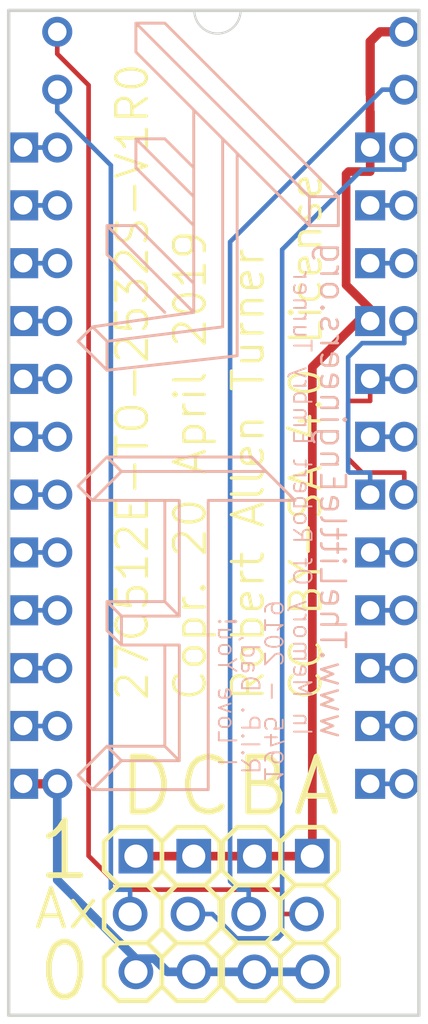
<source format=kicad_pcb>
(kicad_pcb (version 20171130) (host pcbnew "(5.0.2)-1")

  (general
    (thickness 1.6)
    (drawings 20)
    (tracks 90)
    (zones 0)
    (modules 9)
    (nets 28)
  )

  (page A4)
  (layers
    (0 Top signal)
    (31 Bottom signal)
    (32 B.Adhes user)
    (33 F.Adhes user)
    (34 B.Paste user)
    (35 F.Paste user)
    (36 B.SilkS user)
    (37 F.SilkS user)
    (38 B.Mask user)
    (39 F.Mask user)
    (40 Dwgs.User user)
    (41 Cmts.User user)
    (42 Eco1.User user)
    (43 Eco2.User user)
    (44 Edge.Cuts user)
    (45 Margin user)
    (46 B.CrtYd user)
    (47 F.CrtYd user)
    (48 B.Fab user)
    (49 F.Fab user)
  )

  (setup
    (last_trace_width 0.25)
    (trace_clearance 0.2)
    (zone_clearance 0.508)
    (zone_45_only no)
    (trace_min 0.2)
    (segment_width 0.2)
    (edge_width 0.15)
    (via_size 0.8)
    (via_drill 0.4)
    (via_min_size 0.4)
    (via_min_drill 0.3)
    (uvia_size 0.3)
    (uvia_drill 0.1)
    (uvias_allowed no)
    (uvia_min_size 0.2)
    (uvia_min_drill 0.1)
    (pcb_text_width 0.3)
    (pcb_text_size 1.5 1.5)
    (mod_edge_width 0.15)
    (mod_text_size 1 1)
    (mod_text_width 0.15)
    (pad_size 1.524 1.524)
    (pad_drill 0.762)
    (pad_to_mask_clearance 0.051)
    (solder_mask_min_width 0.25)
    (aux_axis_origin 0 0)
    (visible_elements FFFFFF7F)
    (pcbplotparams
      (layerselection 0x010fc_ffffffff)
      (usegerberextensions false)
      (usegerberattributes false)
      (usegerberadvancedattributes false)
      (creategerberjobfile false)
      (excludeedgelayer true)
      (linewidth 0.100000)
      (plotframeref false)
      (viasonmask false)
      (mode 1)
      (useauxorigin false)
      (hpglpennumber 1)
      (hpglpenspeed 20)
      (hpglpendiameter 15.000000)
      (psnegative false)
      (psa4output false)
      (plotreference true)
      (plotvalue true)
      (plotinvisibletext false)
      (padsonsilk false)
      (subtractmaskfromsilk false)
      (outputformat 1)
      (mirror false)
      (drillshape 1)
      (scaleselection 1)
      (outputdirectory ""))
  )

  (net 0 "")
  (net 1 /VCC)
  (net 2 /A8)
  (net 3 /A9)
  (net 4 /~CE)
  (net 5 /A10)
  (net 6 /A11)
  (net 7 /D7)
  (net 8 /D6)
  (net 9 /D5)
  (net 10 /D4)
  (net 11 /D3)
  (net 12 /GND)
  (net 13 /D2)
  (net 14 /D1)
  (net 15 /D0)
  (net 16 /A0)
  (net 17 /A1)
  (net 18 /A4)
  (net 19 /A5)
  (net 20 /A2)
  (net 21 /A3)
  (net 22 /A6)
  (net 23 /A7)
  (net 24 /A14)
  (net 25 /A13)
  (net 26 /A12)
  (net 27 /A15)

  (net_class Default "This is the default net class."
    (clearance 0.2)
    (trace_width 0.25)
    (via_dia 0.8)
    (via_drill 0.4)
    (uvia_dia 0.3)
    (uvia_drill 0.1)
    (add_net /A0)
    (add_net /A1)
    (add_net /A10)
    (add_net /A11)
    (add_net /A12)
    (add_net /A13)
    (add_net /A14)
    (add_net /A15)
    (add_net /A2)
    (add_net /A3)
    (add_net /A4)
    (add_net /A5)
    (add_net /A6)
    (add_net /A7)
    (add_net /A8)
    (add_net /A9)
    (add_net /D0)
    (add_net /D1)
    (add_net /D2)
    (add_net /D3)
    (add_net /D4)
    (add_net /D5)
    (add_net /D6)
    (add_net /D7)
    (add_net /GND)
    (add_net /VCC)
    (add_net /~CE)
  )

  (module TheLittleEngineers.org-27C512E-TO-2532S-V1R0.20.APRIL.2019:DIL24-6-NO-OUTLINE (layer Top) (tedit 0) (tstamp 5CBB668F)
    (at 147.7491 102.9336 270)
    (descr "<center><b>Dual In Line Package (DIP) Socket</b><br>Row Spacing: 0.6 inch (15.24 mm/600 mil)<br>Number of Pins: (Grid): 24 (2 x 12)<br>Pitch: 0.100 inch (2.54mm)<br>Mounting Type: Through Hole<br>Copyright ©07 Jan 2013, by:<br>\nRobert \"The R.A.T.\" Allen Turner<br>\n<a href=\"http://www.TheLittleEngineers.org/\">http://www.TheLittleEngineers.org/</a><br><a href=\"mailto:TheLittleEngineers@outlook.com\">TheLittleEngineers@outlook.com</a><br><a href=\"mailto:OurLittleEngineers@gMail.com\">OurLittleEngineers@gMail.com</a><br></center>\n<p align=\"justify\">You may use these footprints in your own projects, however, please take note that we CANNOT guarantee the accuracy of these footprints (nor any part of this library). We make NO guarantees that the footprints or schematic symbols in this library are flawless, and we make no promises of fitness for production, prototyping or any other purpose. These libraries are provided for informational purposes only, and are used at your own discretion. By downloading these libraries, you agree that we cannot be held responsible for faulty PCBs. You should always check the footprints with a 1:1 printout.\nNeither Robert Allen Turner, <a href=\"http://www.TheLittleEngineers.org/\">The Little Engineers</a>, <a href=\"http://www.TheLittleEngineers.org/\">TheLittleEngineers.org,</a> nor anyone affiliated with same shall be held responsible for any outcome resulting from the usage of these files. Should any errors be found, please contact us at one of the above email addresses and we will attempt to repair them.\n\nUnless otherwise noted, content of this library is licensed under a Creative Commons Attribution-ShareAlike 4.0 International (CC BY-SA 4.0) license (https://creativecommons.org/licenses/by-sa/4.0/) on 20 April 2019 in memory of my Father, Robert Embry Turner - I LOVE YOU DAD!</p>")
    (path /22F7723E)
    (fp_text reference IC1 (at 0 0 270) (layer F.SilkS) hide
      (effects (font (size 1.27 1.27) (thickness 0.15)) (justify right top))
    )
    (fp_text value 2532-NO (at 0 0 270) (layer F.SilkS) hide
      (effects (font (size 1.27 1.27) (thickness 0.15)) (justify right top))
    )
    (fp_poly (pts (xy -11.684 7.874) (xy -11.176 7.874) (xy -11.176 7.366) (xy -11.684 7.366)) (layer F.Fab) (width 0))
    (fp_poly (pts (xy -9.144 7.874) (xy -8.636 7.874) (xy -8.636 7.366) (xy -9.144 7.366)) (layer F.Fab) (width 0))
    (fp_poly (pts (xy -6.604 7.874) (xy -6.096 7.874) (xy -6.096 7.366) (xy -6.604 7.366)) (layer F.Fab) (width 0))
    (fp_poly (pts (xy -4.064 7.874) (xy -3.556 7.874) (xy -3.556 7.366) (xy -4.064 7.366)) (layer F.Fab) (width 0))
    (fp_poly (pts (xy -1.524 7.874) (xy -1.016 7.874) (xy -1.016 7.366) (xy -1.524 7.366)) (layer F.Fab) (width 0))
    (fp_poly (pts (xy 1.016 7.874) (xy 1.524 7.874) (xy 1.524 7.366) (xy 1.016 7.366)) (layer F.Fab) (width 0))
    (fp_poly (pts (xy 3.556 7.874) (xy 4.064 7.874) (xy 4.064 7.366) (xy 3.556 7.366)) (layer F.Fab) (width 0))
    (fp_poly (pts (xy 6.096 7.874) (xy 6.604 7.874) (xy 6.604 7.366) (xy 6.096 7.366)) (layer F.Fab) (width 0))
    (fp_poly (pts (xy 8.636 7.874) (xy 9.144 7.874) (xy 9.144 7.366) (xy 8.636 7.366)) (layer F.Fab) (width 0))
    (fp_poly (pts (xy 11.176 7.874) (xy 11.684 7.874) (xy 11.684 7.366) (xy 11.176 7.366)) (layer F.Fab) (width 0))
    (fp_poly (pts (xy 13.716 7.874) (xy 14.224 7.874) (xy 14.224 7.366) (xy 13.716 7.366)) (layer F.Fab) (width 0))
    (fp_poly (pts (xy 13.716 -7.366) (xy 14.224 -7.366) (xy 14.224 -7.874) (xy 13.716 -7.874)) (layer F.Fab) (width 0))
    (fp_poly (pts (xy 11.176 -7.366) (xy 11.684 -7.366) (xy 11.684 -7.874) (xy 11.176 -7.874)) (layer F.Fab) (width 0))
    (fp_poly (pts (xy 8.636 -7.366) (xy 9.144 -7.366) (xy 9.144 -7.874) (xy 8.636 -7.874)) (layer F.Fab) (width 0))
    (fp_poly (pts (xy 6.096 -7.366) (xy 6.604 -7.366) (xy 6.604 -7.874) (xy 6.096 -7.874)) (layer F.Fab) (width 0))
    (fp_poly (pts (xy 3.556 -7.366) (xy 4.064 -7.366) (xy 4.064 -7.874) (xy 3.556 -7.874)) (layer F.Fab) (width 0))
    (fp_poly (pts (xy 1.016 -7.366) (xy 1.524 -7.366) (xy 1.524 -7.874) (xy 1.016 -7.874)) (layer F.Fab) (width 0))
    (fp_poly (pts (xy -1.524 -7.366) (xy -1.016 -7.366) (xy -1.016 -7.874) (xy -1.524 -7.874)) (layer F.Fab) (width 0))
    (fp_poly (pts (xy -4.064 -7.366) (xy -3.556 -7.366) (xy -3.556 -7.874) (xy -4.064 -7.874)) (layer F.Fab) (width 0))
    (fp_poly (pts (xy -6.604 -7.366) (xy -6.096 -7.366) (xy -6.096 -7.874) (xy -6.604 -7.874)) (layer F.Fab) (width 0))
    (fp_poly (pts (xy -9.144 -7.366) (xy -8.636 -7.366) (xy -8.636 -7.874) (xy -9.144 -7.874)) (layer F.Fab) (width 0))
    (fp_poly (pts (xy -11.684 -7.366) (xy -11.176 -7.366) (xy -11.176 -7.874) (xy -11.684 -7.874)) (layer F.Fab) (width 0))
    (fp_poly (pts (xy -14.224 -7.366) (xy -13.716 -7.366) (xy -13.716 -7.874) (xy -14.224 -7.874)) (layer F.Fab) (width 0))
    (fp_poly (pts (xy -14.224 7.874) (xy -13.716 7.874) (xy -13.716 7.366) (xy -14.224 7.366)) (layer F.Fab) (width 0))
    (pad 24 thru_hole rect (at -13.97 -7.62) (size 1.3208 1.3208) (drill 0.8128) (layers *.Cu *.Mask)
      (net 1 /VCC) (solder_mask_margin 0.1016))
    (pad 23 thru_hole rect (at -11.43 -7.62) (size 1.3208 1.3208) (drill 0.8128) (layers *.Cu *.Mask)
      (net 2 /A8) (solder_mask_margin 0.1016))
    (pad 22 thru_hole rect (at -8.89 -7.62) (size 1.3208 1.3208) (drill 0.8128) (layers *.Cu *.Mask)
      (net 3 /A9) (solder_mask_margin 0.1016))
    (pad 21 thru_hole rect (at -6.35 -7.62) (size 1.3208 1.3208) (drill 0.8128) (layers *.Cu *.Mask)
      (net 1 /VCC) (solder_mask_margin 0.1016))
    (pad 20 thru_hole rect (at -3.81 -7.62) (size 1.3208 1.3208) (drill 0.8128) (layers *.Cu *.Mask)
      (net 4 /~CE) (solder_mask_margin 0.1016))
    (pad 19 thru_hole rect (at -1.27 -7.62) (size 1.3208 1.3208) (drill 0.8128) (layers *.Cu *.Mask)
      (net 5 /A10) (solder_mask_margin 0.1016))
    (pad 18 thru_hole rect (at 1.27 -7.62) (size 1.3208 1.3208) (drill 0.8128) (layers *.Cu *.Mask)
      (net 6 /A11) (solder_mask_margin 0.1016))
    (pad 17 thru_hole rect (at 3.81 -7.62) (size 1.3208 1.3208) (drill 0.8128) (layers *.Cu *.Mask)
      (net 7 /D7) (solder_mask_margin 0.1016))
    (pad 16 thru_hole rect (at 6.35 -7.62) (size 1.3208 1.3208) (drill 0.8128) (layers *.Cu *.Mask)
      (net 8 /D6) (solder_mask_margin 0.1016))
    (pad 15 thru_hole rect (at 8.89 -7.62) (size 1.3208 1.3208) (drill 0.8128) (layers *.Cu *.Mask)
      (net 9 /D5) (solder_mask_margin 0.1016))
    (pad 14 thru_hole rect (at 11.43 -7.62) (size 1.3208 1.3208) (drill 0.8128) (layers *.Cu *.Mask)
      (net 10 /D4) (solder_mask_margin 0.1016))
    (pad 13 thru_hole rect (at 13.97 -7.62) (size 1.3208 1.3208) (drill 0.8128) (layers *.Cu *.Mask)
      (net 11 /D3) (solder_mask_margin 0.1016))
    (pad 12 thru_hole rect (at 13.97 7.62) (size 1.3208 1.3208) (drill 0.8128) (layers *.Cu *.Mask)
      (net 12 /GND) (solder_mask_margin 0.1016))
    (pad 11 thru_hole rect (at 11.43 7.62) (size 1.3208 1.3208) (drill 0.8128) (layers *.Cu *.Mask)
      (net 13 /D2) (solder_mask_margin 0.1016))
    (pad 10 thru_hole rect (at 8.89 7.62) (size 1.3208 1.3208) (drill 0.8128) (layers *.Cu *.Mask)
      (net 14 /D1) (solder_mask_margin 0.1016))
    (pad 9 thru_hole rect (at 6.35 7.62) (size 1.3208 1.3208) (drill 0.8128) (layers *.Cu *.Mask)
      (net 15 /D0) (solder_mask_margin 0.1016))
    (pad 8 thru_hole rect (at 3.81 7.62) (size 1.3208 1.3208) (drill 0.8128) (layers *.Cu *.Mask)
      (net 16 /A0) (solder_mask_margin 0.1016))
    (pad 7 thru_hole rect (at 1.27 7.62) (size 1.3208 1.3208) (drill 0.8128) (layers *.Cu *.Mask)
      (net 17 /A1) (solder_mask_margin 0.1016))
    (pad 4 thru_hole rect (at -6.35 7.62) (size 1.3208 1.3208) (drill 0.8128) (layers *.Cu *.Mask)
      (net 18 /A4) (solder_mask_margin 0.1016))
    (pad 3 thru_hole rect (at -8.89 7.62) (size 1.3208 1.3208) (drill 0.8128) (layers *.Cu *.Mask)
      (net 19 /A5) (solder_mask_margin 0.1016))
    (pad 6 thru_hole rect (at -1.27 7.62) (size 1.3208 1.3208) (drill 0.8128) (layers *.Cu *.Mask)
      (net 20 /A2) (solder_mask_margin 0.1016))
    (pad 5 thru_hole rect (at -3.81 7.62) (size 1.3208 1.3208) (drill 0.8128) (layers *.Cu *.Mask)
      (net 21 /A3) (solder_mask_margin 0.1016))
    (pad 2 thru_hole rect (at -11.43 7.62) (size 1.3208 1.3208) (drill 0.8128) (layers *.Cu *.Mask)
      (net 22 /A6) (solder_mask_margin 0.1016))
    (pad 1 thru_hole rect (at -13.97 7.62) (size 1.3208 1.3208) (drill 0.8128) (layers *.Cu *.Mask)
      (net 23 /A7) (solder_mask_margin 0.1016))
  )

  (module TheLittleEngineers.org-27C512E-TO-2532S-V1R0.20.APRIL.2019:DIL28-6-NO-OUTLINE (layer Top) (tedit 0) (tstamp 5CBB66C2)
    (at 149.2477 100.3936 270)
    (descr "<center><b>Dual In Line Package (DIP) Socket</b><br>Row Spacing: 0.6 inch (15.24 mm/600 mil)<br>Number of Pins: (Grid): 28 (2 x 14)<br>Pitch: 0.100 inch (2.54mm)<br>Mounting Type: Through Hole<br>Copyright ©07 Jan 2013, by:<br>\nRobert \"The R.A.T.\" Allen Turner<br>\n<a href=\"http://www.TheLittleEngineers.org/\">http://www.TheLittleEngineers.org/</a><br><a href=\"mailto:TheLittleEngineers@outlook.com\">TheLittleEngineers@outlook.com</a><br><a href=\"mailto:OurLittleEngineers@gMail.com\">OurLittleEngineers@gMail.com</a><br></center>\n<p align=\"justify\">You may use these footprints in your own projects, however, please take note that we CANNOT guarantee the accuracy of these footprints (nor any part of this library). We make NO guarantees that the footprints or schematic symbols in this library are flawless, and we make no promises of fitness for production, prototyping or any other purpose. These libraries are provided for informational purposes only, and are used at your own discretion. By downloading these libraries, you agree that we cannot be held responsible for faulty PCBs. You should always check the footprints with a 1:1 printout.\nNeither Robert Allen Turner, <a href=\"http://www.TheLittleEngineers.org/\">The Little Engineers</a>, <a href=\"http://www.TheLittleEngineers.org/\">TheLittleEngineers.org,</a> nor anyone affiliated with same shall be held responsible for any outcome resulting from the usage of these files. Should any errors be found, please contact us at one of the above email addresses and we will attempt to repair them.\n\nUnless otherwise noted, content of this library is licensed under a Creative Commons Attribution-ShareAlike 4.0 International (CC BY-SA 4.0) license (https://creativecommons.org/licenses/by-sa/4.0/) on 20 April 2019 in memory of my Father, Robert Embry Turner - I LOVE YOU DAD!</p>")
    (path /BC34DC86)
    (fp_text reference IC2 (at 0 0 270) (layer F.SilkS) hide
      (effects (font (size 1.27 1.27) (thickness 0.15)) (justify right top))
    )
    (fp_text value 27C512D-NO (at 0 0 270) (layer F.SilkS) hide
      (effects (font (size 1.27 1.27) (thickness 0.15)) (justify right top))
    )
    (fp_poly (pts (xy -16.764 7.874) (xy -16.256 7.874) (xy -16.256 7.366) (xy -16.764 7.366)) (layer F.Fab) (width 0))
    (fp_poly (pts (xy -14.224 7.874) (xy -13.716 7.874) (xy -13.716 7.366) (xy -14.224 7.366)) (layer F.Fab) (width 0))
    (fp_poly (pts (xy -11.684 7.874) (xy -11.176 7.874) (xy -11.176 7.366) (xy -11.684 7.366)) (layer F.Fab) (width 0))
    (fp_poly (pts (xy -9.144 7.874) (xy -8.636 7.874) (xy -8.636 7.366) (xy -9.144 7.366)) (layer F.Fab) (width 0))
    (fp_poly (pts (xy -6.604 7.874) (xy -6.096 7.874) (xy -6.096 7.366) (xy -6.604 7.366)) (layer F.Fab) (width 0))
    (fp_poly (pts (xy -4.064 7.874) (xy -3.556 7.874) (xy -3.556 7.366) (xy -4.064 7.366)) (layer F.Fab) (width 0))
    (fp_poly (pts (xy -1.524 7.874) (xy -1.016 7.874) (xy -1.016 7.366) (xy -1.524 7.366)) (layer F.Fab) (width 0))
    (fp_poly (pts (xy 1.016 7.874) (xy 1.524 7.874) (xy 1.524 7.366) (xy 1.016 7.366)) (layer F.Fab) (width 0))
    (fp_poly (pts (xy 3.556 7.874) (xy 4.064 7.874) (xy 4.064 7.366) (xy 3.556 7.366)) (layer F.Fab) (width 0))
    (fp_poly (pts (xy 6.096 7.874) (xy 6.604 7.874) (xy 6.604 7.366) (xy 6.096 7.366)) (layer F.Fab) (width 0))
    (fp_poly (pts (xy 8.636 7.874) (xy 9.144 7.874) (xy 9.144 7.366) (xy 8.636 7.366)) (layer F.Fab) (width 0))
    (fp_poly (pts (xy 11.176 7.874) (xy 11.684 7.874) (xy 11.684 7.366) (xy 11.176 7.366)) (layer F.Fab) (width 0))
    (fp_poly (pts (xy 13.716 7.874) (xy 14.224 7.874) (xy 14.224 7.366) (xy 13.716 7.366)) (layer F.Fab) (width 0))
    (fp_poly (pts (xy 16.256 7.874) (xy 16.764 7.874) (xy 16.764 7.366) (xy 16.256 7.366)) (layer F.Fab) (width 0))
    (fp_poly (pts (xy 16.256 -7.366) (xy 16.764 -7.366) (xy 16.764 -7.874) (xy 16.256 -7.874)) (layer F.Fab) (width 0))
    (fp_poly (pts (xy 13.716 -7.366) (xy 14.224 -7.366) (xy 14.224 -7.874) (xy 13.716 -7.874)) (layer F.Fab) (width 0))
    (fp_poly (pts (xy 11.176 -7.366) (xy 11.684 -7.366) (xy 11.684 -7.874) (xy 11.176 -7.874)) (layer F.Fab) (width 0))
    (fp_poly (pts (xy 8.636 -7.366) (xy 9.144 -7.366) (xy 9.144 -7.874) (xy 8.636 -7.874)) (layer F.Fab) (width 0))
    (fp_poly (pts (xy 6.096 -7.366) (xy 6.604 -7.366) (xy 6.604 -7.874) (xy 6.096 -7.874)) (layer F.Fab) (width 0))
    (fp_poly (pts (xy 3.556 -7.366) (xy 4.064 -7.366) (xy 4.064 -7.874) (xy 3.556 -7.874)) (layer F.Fab) (width 0))
    (fp_poly (pts (xy 1.016 -7.366) (xy 1.524 -7.366) (xy 1.524 -7.874) (xy 1.016 -7.874)) (layer F.Fab) (width 0))
    (fp_poly (pts (xy -1.524 -7.366) (xy -1.016 -7.366) (xy -1.016 -7.874) (xy -1.524 -7.874)) (layer F.Fab) (width 0))
    (fp_poly (pts (xy -4.064 -7.366) (xy -3.556 -7.366) (xy -3.556 -7.874) (xy -4.064 -7.874)) (layer F.Fab) (width 0))
    (fp_poly (pts (xy -6.604 -7.366) (xy -6.096 -7.366) (xy -6.096 -7.874) (xy -6.604 -7.874)) (layer F.Fab) (width 0))
    (fp_poly (pts (xy -9.144 -7.366) (xy -8.636 -7.366) (xy -8.636 -7.874) (xy -9.144 -7.874)) (layer F.Fab) (width 0))
    (fp_poly (pts (xy -11.684 -7.366) (xy -11.176 -7.366) (xy -11.176 -7.874) (xy -11.684 -7.874)) (layer F.Fab) (width 0))
    (fp_poly (pts (xy -14.224 -7.366) (xy -13.716 -7.366) (xy -13.716 -7.874) (xy -14.224 -7.874)) (layer F.Fab) (width 0))
    (fp_poly (pts (xy -16.764 -7.366) (xy -16.256 -7.366) (xy -16.256 -7.874) (xy -16.764 -7.874)) (layer F.Fab) (width 0))
    (pad 28 thru_hole circle (at -16.51 -7.62) (size 1.3208 1.3208) (drill 0.8128) (layers *.Cu *.Mask)
      (net 1 /VCC) (solder_mask_margin 0.1016))
    (pad 27 thru_hole circle (at -13.97 -7.62) (size 1.3208 1.3208) (drill 0.8128) (layers *.Cu *.Mask)
      (net 24 /A14) (solder_mask_margin 0.1016))
    (pad 26 thru_hole circle (at -11.43 -7.62) (size 1.3208 1.3208) (drill 0.8128) (layers *.Cu *.Mask)
      (net 25 /A13) (solder_mask_margin 0.1016))
    (pad 25 thru_hole circle (at -8.89 -7.62) (size 1.3208 1.3208) (drill 0.8128) (layers *.Cu *.Mask)
      (net 2 /A8) (solder_mask_margin 0.1016))
    (pad 24 thru_hole circle (at -6.35 -7.62) (size 1.3208 1.3208) (drill 0.8128) (layers *.Cu *.Mask)
      (net 3 /A9) (solder_mask_margin 0.1016))
    (pad 23 thru_hole circle (at -3.81 -7.62) (size 1.3208 1.3208) (drill 0.8128) (layers *.Cu *.Mask)
      (net 6 /A11) (solder_mask_margin 0.1016))
    (pad 22 thru_hole circle (at -1.27 -7.62) (size 1.3208 1.3208) (drill 0.8128) (layers *.Cu *.Mask)
      (net 4 /~CE) (solder_mask_margin 0.1016))
    (pad 21 thru_hole circle (at 1.27 -7.62) (size 1.3208 1.3208) (drill 0.8128) (layers *.Cu *.Mask)
      (net 5 /A10) (solder_mask_margin 0.1016))
    (pad 20 thru_hole circle (at 3.81 -7.62) (size 1.3208 1.3208) (drill 0.8128) (layers *.Cu *.Mask)
      (net 4 /~CE) (solder_mask_margin 0.1016))
    (pad 19 thru_hole circle (at 6.35 -7.62) (size 1.3208 1.3208) (drill 0.8128) (layers *.Cu *.Mask)
      (net 7 /D7) (solder_mask_margin 0.1016))
    (pad 18 thru_hole circle (at 8.89 -7.62) (size 1.3208 1.3208) (drill 0.8128) (layers *.Cu *.Mask)
      (net 8 /D6) (solder_mask_margin 0.1016))
    (pad 17 thru_hole circle (at 11.43 -7.62) (size 1.3208 1.3208) (drill 0.8128) (layers *.Cu *.Mask)
      (net 9 /D5) (solder_mask_margin 0.1016))
    (pad 16 thru_hole circle (at 13.97 -7.62) (size 1.3208 1.3208) (drill 0.8128) (layers *.Cu *.Mask)
      (net 10 /D4) (solder_mask_margin 0.1016))
    (pad 15 thru_hole circle (at 16.51 -7.62) (size 1.3208 1.3208) (drill 0.8128) (layers *.Cu *.Mask)
      (net 11 /D3) (solder_mask_margin 0.1016))
    (pad 14 thru_hole circle (at 16.51 7.62) (size 1.3208 1.3208) (drill 0.8128) (layers *.Cu *.Mask)
      (net 12 /GND) (solder_mask_margin 0.1016))
    (pad 13 thru_hole circle (at 13.97 7.62) (size 1.3208 1.3208) (drill 0.8128) (layers *.Cu *.Mask)
      (net 13 /D2) (solder_mask_margin 0.1016))
    (pad 12 thru_hole circle (at 11.43 7.62) (size 1.3208 1.3208) (drill 0.8128) (layers *.Cu *.Mask)
      (net 14 /D1) (solder_mask_margin 0.1016))
    (pad 11 thru_hole circle (at 8.89 7.62) (size 1.3208 1.3208) (drill 0.8128) (layers *.Cu *.Mask)
      (net 15 /D0) (solder_mask_margin 0.1016))
    (pad 10 thru_hole circle (at 6.35 7.62) (size 1.3208 1.3208) (drill 0.8128) (layers *.Cu *.Mask)
      (net 16 /A0) (solder_mask_margin 0.1016))
    (pad 9 thru_hole circle (at 3.81 7.62) (size 1.3208 1.3208) (drill 0.8128) (layers *.Cu *.Mask)
      (net 17 /A1) (solder_mask_margin 0.1016))
    (pad 8 thru_hole circle (at 1.27 7.62) (size 1.3208 1.3208) (drill 0.8128) (layers *.Cu *.Mask)
      (net 20 /A2) (solder_mask_margin 0.1016))
    (pad 7 thru_hole circle (at -1.27 7.62) (size 1.3208 1.3208) (drill 0.8128) (layers *.Cu *.Mask)
      (net 21 /A3) (solder_mask_margin 0.1016))
    (pad 4 thru_hole circle (at -8.89 7.62) (size 1.3208 1.3208) (drill 0.8128) (layers *.Cu *.Mask)
      (net 22 /A6) (solder_mask_margin 0.1016))
    (pad 3 thru_hole circle (at -11.43 7.62) (size 1.3208 1.3208) (drill 0.8128) (layers *.Cu *.Mask)
      (net 23 /A7) (solder_mask_margin 0.1016))
    (pad 6 thru_hole circle (at -3.81 7.62) (size 1.3208 1.3208) (drill 0.8128) (layers *.Cu *.Mask)
      (net 18 /A4) (solder_mask_margin 0.1016))
    (pad 5 thru_hole circle (at -6.35 7.62) (size 1.3208 1.3208) (drill 0.8128) (layers *.Cu *.Mask)
      (net 19 /A5) (solder_mask_margin 0.1016))
    (pad 2 thru_hole circle (at -13.97 7.62) (size 1.3208 1.3208) (drill 0.8128) (layers *.Cu *.Mask)
      (net 26 /A12) (solder_mask_margin 0.1016))
    (pad 1 thru_hole circle (at -16.51 7.62) (size 1.3208 1.3208) (drill 0.8128) (layers *.Cu *.Mask)
      (net 27 /A15) (solder_mask_margin 0.1016))
  )

  (module TheLittleEngineers.org-27C512E-TO-2532S-V1R0.20.APRIL.2019:HEADER-1X03-STAGGERED (layer Top) (tedit 0) (tstamp 5CBB66FD)
    (at 144.9551 122.6186 270)
    (descr "<center><b>Single In Line Package (SIP) Header</b><br>Row Spacing: 0.6 inch (15.24 mm/600 mil)<br>Number of Pins: (Grid): 3 (1 x 3)<br>Pitch: 0.100 inch (2.54mm)<br>Mounting Type: Through Hole<br>Copyright ©07 Jan 2013, by:<br>\nRobert \"The R.A.T.\" Allen Turner<br>\n<a href=\"http://www.TheLittleEngineers.org/\">http://www.TheLittleEngineers.org/</a><br><a href=\"mailto:TheLittleEngineers@outlook.com\">TheLittleEngineers@outlook.com</a><br><a href=\"mailto:OurLittleEngineers@gMail.com\">OurLittleEngineers@gMail.com</a><br></center>\n<p align=\"justify\">You may use these footprints in your own projects, however, please take note that we CANNOT guarantee the accuracy of these footprints (nor any part of this library). We make NO guarantees that the footprints or schematic symbols in this library are flawless, and we make no promises of fitness for production, prototyping or any other purpose. These libraries are provided for informational purposes only, and are used at your own discretion. By downloading these libraries, you agree that we cannot be held responsible for faulty PCBs. You should always check the footprints with a 1:1 printout.\nNeither Robert Allen Turner, <a href=\"http://www.TheLittleEngineers.org/\">The Little Engineers</a>, <a href=\"http://www.TheLittleEngineers.org/\">TheLittleEngineers.org,</a> nor anyone affiliated with same shall be held responsible for any outcome resulting from the usage of these files. Should any errors be found, please contact us at one of the above email addresses and we will attempt to repair them. Unless otherwise noted, content of this library is licensed under a Creative Commons Attribution-ShareAlike 4.0 International (CC BY-SA 4.0) license (https://creativecommons.org/licenses/by-sa/4.0/) on 20 April 2019 in memory of my Father, Robert Embry Turner - I LOVE YOU DAD!</p><center>This footprint is based on the locking header footprints developed by SparkFun, however, this footprint was created from scratch for inclusion in this library.</center>")
    (path /EA64C37F)
    (fp_text reference A1 (at 0 0 270) (layer F.SilkS) hide
      (effects (font (size 1.27 1.27) (thickness 0.15)) (justify right top))
    )
    (fp_text value HEADER-1X03-STAGGERED-S (at 0 0 270) (layer F.SilkS) hide
      (effects (font (size 1.27 1.27) (thickness 0.15)) (justify right top))
    )
    (fp_poly (pts (xy -0.254 0.254) (xy 0.254 0.254) (xy 0.254 -0.254) (xy -0.254 -0.254)) (layer F.Fab) (width 0))
    (fp_poly (pts (xy -2.794 0.254) (xy -2.286 0.254) (xy -2.286 -0.254) (xy -2.794 -0.254)) (layer F.Fab) (width 0))
    (fp_poly (pts (xy 2.286 0.254) (xy 2.794 0.254) (xy 2.794 -0.254) (xy 2.286 -0.254)) (layer F.Fab) (width 0))
    (fp_line (start 1.27 -0.635) (end 1.27 0.635) (layer F.SilkS) (width 0.2032))
    (fp_line (start -1.27 -0.635) (end -1.27 0.635) (layer F.SilkS) (width 0.2032))
    (fp_line (start 3.81 -0.635) (end 3.81 0.635) (layer F.SilkS) (width 0.2032))
    (fp_line (start -1.905 1.27) (end -3.175 1.27) (layer F.SilkS) (width 0.2032))
    (fp_line (start -3.81 0.635) (end -3.175 1.27) (layer F.SilkS) (width 0.2032))
    (fp_line (start -3.175 -1.27) (end -3.81 -0.635) (layer F.SilkS) (width 0.2032))
    (fp_line (start -3.81 -0.635) (end -3.81 0.635) (layer F.SilkS) (width 0.2032))
    (fp_line (start -0.635 1.27) (end -1.27 0.635) (layer F.SilkS) (width 0.2032))
    (fp_line (start 0.635 1.27) (end -0.635 1.27) (layer F.SilkS) (width 0.2032))
    (fp_line (start 1.27 0.635) (end 0.635 1.27) (layer F.SilkS) (width 0.2032))
    (fp_line (start 0.635 -1.27) (end 1.27 -0.635) (layer F.SilkS) (width 0.2032))
    (fp_line (start -0.635 -1.27) (end 0.635 -1.27) (layer F.SilkS) (width 0.2032))
    (fp_line (start -1.27 -0.635) (end -0.635 -1.27) (layer F.SilkS) (width 0.2032))
    (fp_line (start -1.27 0.635) (end -1.905 1.27) (layer F.SilkS) (width 0.2032))
    (fp_line (start -1.905 -1.27) (end -1.27 -0.635) (layer F.SilkS) (width 0.2032))
    (fp_line (start -3.175 -1.27) (end -1.905 -1.27) (layer F.SilkS) (width 0.2032))
    (fp_line (start 1.905 1.27) (end 1.27 0.635) (layer F.SilkS) (width 0.2032))
    (fp_line (start 3.175 1.27) (end 1.905 1.27) (layer F.SilkS) (width 0.2032))
    (fp_line (start 3.81 0.635) (end 3.175 1.27) (layer F.SilkS) (width 0.2032))
    (fp_line (start 3.175 -1.27) (end 3.81 -0.635) (layer F.SilkS) (width 0.2032))
    (fp_line (start 1.905 -1.27) (end 3.175 -1.27) (layer F.SilkS) (width 0.2032))
    (fp_line (start 1.27 -0.635) (end 1.905 -1.27) (layer F.SilkS) (width 0.2032))
    (pad 3 thru_hole circle (at 2.54 -0.127) (size 1.524 1.524) (drill 1.016) (layers *.Cu *.Mask)
      (net 12 /GND) (solder_mask_margin 0.1016))
    (pad 2 thru_hole circle (at 0 0.127) (size 1.524 1.524) (drill 1.016) (layers *.Cu *.Mask)
      (net 26 /A12) (solder_mask_margin 0.1016))
    (pad 1 thru_hole rect (at -2.54 -0.127) (size 1.524 1.524) (drill 1.016) (layers *.Cu *.Mask)
      (net 1 /VCC) (solder_mask_margin 0.1016))
  )

  (module TheLittleEngineers.org-27C512E-TO-2532S-V1R0.20.APRIL.2019:HEADER-1X03-STAGGERED (layer Top) (tedit 0) (tstamp 5CBB671C)
    (at 147.4951 122.6186 270)
    (descr "<center><b>Single In Line Package (SIP) Header</b><br>Row Spacing: 0.6 inch (15.24 mm/600 mil)<br>Number of Pins: (Grid): 3 (1 x 3)<br>Pitch: 0.100 inch (2.54mm)<br>Mounting Type: Through Hole<br>Copyright ©07 Jan 2013, by:<br>\nRobert \"The R.A.T.\" Allen Turner<br>\n<a href=\"http://www.TheLittleEngineers.org/\">http://www.TheLittleEngineers.org/</a><br><a href=\"mailto:TheLittleEngineers@outlook.com\">TheLittleEngineers@outlook.com</a><br><a href=\"mailto:OurLittleEngineers@gMail.com\">OurLittleEngineers@gMail.com</a><br></center>\n<p align=\"justify\">You may use these footprints in your own projects, however, please take note that we CANNOT guarantee the accuracy of these footprints (nor any part of this library). We make NO guarantees that the footprints or schematic symbols in this library are flawless, and we make no promises of fitness for production, prototyping or any other purpose. These libraries are provided for informational purposes only, and are used at your own discretion. By downloading these libraries, you agree that we cannot be held responsible for faulty PCBs. You should always check the footprints with a 1:1 printout.\nNeither Robert Allen Turner, <a href=\"http://www.TheLittleEngineers.org/\">The Little Engineers</a>, <a href=\"http://www.TheLittleEngineers.org/\">TheLittleEngineers.org,</a> nor anyone affiliated with same shall be held responsible for any outcome resulting from the usage of these files. Should any errors be found, please contact us at one of the above email addresses and we will attempt to repair them. Unless otherwise noted, content of this library is licensed under a Creative Commons Attribution-ShareAlike 4.0 International (CC BY-SA 4.0) license (https://creativecommons.org/licenses/by-sa/4.0/) on 20 April 2019 in memory of my Father, Robert Embry Turner - I LOVE YOU DAD!</p><center>This footprint is based on the locking header footprints developed by SparkFun, however, this footprint was created from scratch for inclusion in this library.</center>")
    (path /08E3D46F)
    (fp_text reference A2 (at 0 0 270) (layer F.SilkS) hide
      (effects (font (size 1.27 1.27) (thickness 0.15)) (justify right top))
    )
    (fp_text value HEADER-1X03-STAGGERED-S (at 0 0 270) (layer F.SilkS) hide
      (effects (font (size 1.27 1.27) (thickness 0.15)) (justify right top))
    )
    (fp_poly (pts (xy -0.254 0.254) (xy 0.254 0.254) (xy 0.254 -0.254) (xy -0.254 -0.254)) (layer F.Fab) (width 0))
    (fp_poly (pts (xy -2.794 0.254) (xy -2.286 0.254) (xy -2.286 -0.254) (xy -2.794 -0.254)) (layer F.Fab) (width 0))
    (fp_poly (pts (xy 2.286 0.254) (xy 2.794 0.254) (xy 2.794 -0.254) (xy 2.286 -0.254)) (layer F.Fab) (width 0))
    (fp_line (start 1.27 -0.635) (end 1.27 0.635) (layer F.SilkS) (width 0.2032))
    (fp_line (start -1.27 -0.635) (end -1.27 0.635) (layer F.SilkS) (width 0.2032))
    (fp_line (start 3.81 -0.635) (end 3.81 0.635) (layer F.SilkS) (width 0.2032))
    (fp_line (start -1.905 1.27) (end -3.175 1.27) (layer F.SilkS) (width 0.2032))
    (fp_line (start -3.81 0.635) (end -3.175 1.27) (layer F.SilkS) (width 0.2032))
    (fp_line (start -3.175 -1.27) (end -3.81 -0.635) (layer F.SilkS) (width 0.2032))
    (fp_line (start -3.81 -0.635) (end -3.81 0.635) (layer F.SilkS) (width 0.2032))
    (fp_line (start -0.635 1.27) (end -1.27 0.635) (layer F.SilkS) (width 0.2032))
    (fp_line (start 0.635 1.27) (end -0.635 1.27) (layer F.SilkS) (width 0.2032))
    (fp_line (start 1.27 0.635) (end 0.635 1.27) (layer F.SilkS) (width 0.2032))
    (fp_line (start 0.635 -1.27) (end 1.27 -0.635) (layer F.SilkS) (width 0.2032))
    (fp_line (start -0.635 -1.27) (end 0.635 -1.27) (layer F.SilkS) (width 0.2032))
    (fp_line (start -1.27 -0.635) (end -0.635 -1.27) (layer F.SilkS) (width 0.2032))
    (fp_line (start -1.27 0.635) (end -1.905 1.27) (layer F.SilkS) (width 0.2032))
    (fp_line (start -1.905 -1.27) (end -1.27 -0.635) (layer F.SilkS) (width 0.2032))
    (fp_line (start -3.175 -1.27) (end -1.905 -1.27) (layer F.SilkS) (width 0.2032))
    (fp_line (start 1.905 1.27) (end 1.27 0.635) (layer F.SilkS) (width 0.2032))
    (fp_line (start 3.175 1.27) (end 1.905 1.27) (layer F.SilkS) (width 0.2032))
    (fp_line (start 3.81 0.635) (end 3.175 1.27) (layer F.SilkS) (width 0.2032))
    (fp_line (start 3.175 -1.27) (end 3.81 -0.635) (layer F.SilkS) (width 0.2032))
    (fp_line (start 1.905 -1.27) (end 3.175 -1.27) (layer F.SilkS) (width 0.2032))
    (fp_line (start 1.27 -0.635) (end 1.905 -1.27) (layer F.SilkS) (width 0.2032))
    (pad 3 thru_hole circle (at 2.54 -0.127) (size 1.524 1.524) (drill 1.016) (layers *.Cu *.Mask)
      (net 12 /GND) (solder_mask_margin 0.1016))
    (pad 2 thru_hole circle (at 0 0.127) (size 1.524 1.524) (drill 1.016) (layers *.Cu *.Mask)
      (net 25 /A13) (solder_mask_margin 0.1016))
    (pad 1 thru_hole rect (at -2.54 -0.127) (size 1.524 1.524) (drill 1.016) (layers *.Cu *.Mask)
      (net 1 /VCC) (solder_mask_margin 0.1016))
  )

  (module TheLittleEngineers.org-27C512E-TO-2532S-V1R0.20.APRIL.2019:HEADER-1X03-STAGGERED (layer Top) (tedit 0) (tstamp 5CBB673B)
    (at 150.1621 122.6186 270)
    (descr "<center><b>Single In Line Package (SIP) Header</b><br>Row Spacing: 0.6 inch (15.24 mm/600 mil)<br>Number of Pins: (Grid): 3 (1 x 3)<br>Pitch: 0.100 inch (2.54mm)<br>Mounting Type: Through Hole<br>Copyright ©07 Jan 2013, by:<br>\nRobert \"The R.A.T.\" Allen Turner<br>\n<a href=\"http://www.TheLittleEngineers.org/\">http://www.TheLittleEngineers.org/</a><br><a href=\"mailto:TheLittleEngineers@outlook.com\">TheLittleEngineers@outlook.com</a><br><a href=\"mailto:OurLittleEngineers@gMail.com\">OurLittleEngineers@gMail.com</a><br></center>\n<p align=\"justify\">You may use these footprints in your own projects, however, please take note that we CANNOT guarantee the accuracy of these footprints (nor any part of this library). We make NO guarantees that the footprints or schematic symbols in this library are flawless, and we make no promises of fitness for production, prototyping or any other purpose. These libraries are provided for informational purposes only, and are used at your own discretion. By downloading these libraries, you agree that we cannot be held responsible for faulty PCBs. You should always check the footprints with a 1:1 printout.\nNeither Robert Allen Turner, <a href=\"http://www.TheLittleEngineers.org/\">The Little Engineers</a>, <a href=\"http://www.TheLittleEngineers.org/\">TheLittleEngineers.org,</a> nor anyone affiliated with same shall be held responsible for any outcome resulting from the usage of these files. Should any errors be found, please contact us at one of the above email addresses and we will attempt to repair them. Unless otherwise noted, content of this library is licensed under a Creative Commons Attribution-ShareAlike 4.0 International (CC BY-SA 4.0) license (https://creativecommons.org/licenses/by-sa/4.0/) on 20 April 2019 in memory of my Father, Robert Embry Turner - I LOVE YOU DAD!</p><center>This footprint is based on the locking header footprints developed by SparkFun, however, this footprint was created from scratch for inclusion in this library.</center>")
    (path /4CB7308E)
    (fp_text reference A3 (at 0 0 270) (layer F.SilkS) hide
      (effects (font (size 1.27 1.27) (thickness 0.15)) (justify right top))
    )
    (fp_text value HEADER-1X03-STAGGERED-S (at 0 0 270) (layer F.SilkS) hide
      (effects (font (size 1.27 1.27) (thickness 0.15)) (justify right top))
    )
    (fp_poly (pts (xy -0.254 0.254) (xy 0.254 0.254) (xy 0.254 -0.254) (xy -0.254 -0.254)) (layer F.Fab) (width 0))
    (fp_poly (pts (xy -2.794 0.254) (xy -2.286 0.254) (xy -2.286 -0.254) (xy -2.794 -0.254)) (layer F.Fab) (width 0))
    (fp_poly (pts (xy 2.286 0.254) (xy 2.794 0.254) (xy 2.794 -0.254) (xy 2.286 -0.254)) (layer F.Fab) (width 0))
    (fp_line (start 1.27 -0.635) (end 1.27 0.635) (layer F.SilkS) (width 0.2032))
    (fp_line (start -1.27 -0.635) (end -1.27 0.635) (layer F.SilkS) (width 0.2032))
    (fp_line (start 3.81 -0.635) (end 3.81 0.635) (layer F.SilkS) (width 0.2032))
    (fp_line (start -1.905 1.27) (end -3.175 1.27) (layer F.SilkS) (width 0.2032))
    (fp_line (start -3.81 0.635) (end -3.175 1.27) (layer F.SilkS) (width 0.2032))
    (fp_line (start -3.175 -1.27) (end -3.81 -0.635) (layer F.SilkS) (width 0.2032))
    (fp_line (start -3.81 -0.635) (end -3.81 0.635) (layer F.SilkS) (width 0.2032))
    (fp_line (start -0.635 1.27) (end -1.27 0.635) (layer F.SilkS) (width 0.2032))
    (fp_line (start 0.635 1.27) (end -0.635 1.27) (layer F.SilkS) (width 0.2032))
    (fp_line (start 1.27 0.635) (end 0.635 1.27) (layer F.SilkS) (width 0.2032))
    (fp_line (start 0.635 -1.27) (end 1.27 -0.635) (layer F.SilkS) (width 0.2032))
    (fp_line (start -0.635 -1.27) (end 0.635 -1.27) (layer F.SilkS) (width 0.2032))
    (fp_line (start -1.27 -0.635) (end -0.635 -1.27) (layer F.SilkS) (width 0.2032))
    (fp_line (start -1.27 0.635) (end -1.905 1.27) (layer F.SilkS) (width 0.2032))
    (fp_line (start -1.905 -1.27) (end -1.27 -0.635) (layer F.SilkS) (width 0.2032))
    (fp_line (start -3.175 -1.27) (end -1.905 -1.27) (layer F.SilkS) (width 0.2032))
    (fp_line (start 1.905 1.27) (end 1.27 0.635) (layer F.SilkS) (width 0.2032))
    (fp_line (start 3.175 1.27) (end 1.905 1.27) (layer F.SilkS) (width 0.2032))
    (fp_line (start 3.81 0.635) (end 3.175 1.27) (layer F.SilkS) (width 0.2032))
    (fp_line (start 3.175 -1.27) (end 3.81 -0.635) (layer F.SilkS) (width 0.2032))
    (fp_line (start 1.905 -1.27) (end 3.175 -1.27) (layer F.SilkS) (width 0.2032))
    (fp_line (start 1.27 -0.635) (end 1.905 -1.27) (layer F.SilkS) (width 0.2032))
    (pad 3 thru_hole circle (at 2.54 -0.127) (size 1.524 1.524) (drill 1.016) (layers *.Cu *.Mask)
      (net 12 /GND) (solder_mask_margin 0.1016))
    (pad 2 thru_hole circle (at 0 0.127) (size 1.524 1.524) (drill 1.016) (layers *.Cu *.Mask)
      (net 24 /A14) (solder_mask_margin 0.1016))
    (pad 1 thru_hole rect (at -2.54 -0.127) (size 1.524 1.524) (drill 1.016) (layers *.Cu *.Mask)
      (net 1 /VCC) (solder_mask_margin 0.1016))
  )

  (module TheLittleEngineers.org-27C512E-TO-2532S-V1R0.20.APRIL.2019:HEADER-1X03-STAGGERED (layer Top) (tedit 0) (tstamp 5CBB675A)
    (at 152.7021 122.6186 270)
    (descr "<center><b>Single In Line Package (SIP) Header</b><br>Row Spacing: 0.6 inch (15.24 mm/600 mil)<br>Number of Pins: (Grid): 3 (1 x 3)<br>Pitch: 0.100 inch (2.54mm)<br>Mounting Type: Through Hole<br>Copyright ©07 Jan 2013, by:<br>\nRobert \"The R.A.T.\" Allen Turner<br>\n<a href=\"http://www.TheLittleEngineers.org/\">http://www.TheLittleEngineers.org/</a><br><a href=\"mailto:TheLittleEngineers@outlook.com\">TheLittleEngineers@outlook.com</a><br><a href=\"mailto:OurLittleEngineers@gMail.com\">OurLittleEngineers@gMail.com</a><br></center>\n<p align=\"justify\">You may use these footprints in your own projects, however, please take note that we CANNOT guarantee the accuracy of these footprints (nor any part of this library). We make NO guarantees that the footprints or schematic symbols in this library are flawless, and we make no promises of fitness for production, prototyping or any other purpose. These libraries are provided for informational purposes only, and are used at your own discretion. By downloading these libraries, you agree that we cannot be held responsible for faulty PCBs. You should always check the footprints with a 1:1 printout.\nNeither Robert Allen Turner, <a href=\"http://www.TheLittleEngineers.org/\">The Little Engineers</a>, <a href=\"http://www.TheLittleEngineers.org/\">TheLittleEngineers.org,</a> nor anyone affiliated with same shall be held responsible for any outcome resulting from the usage of these files. Should any errors be found, please contact us at one of the above email addresses and we will attempt to repair them. Unless otherwise noted, content of this library is licensed under a Creative Commons Attribution-ShareAlike 4.0 International (CC BY-SA 4.0) license (https://creativecommons.org/licenses/by-sa/4.0/) on 20 April 2019 in memory of my Father, Robert Embry Turner - I LOVE YOU DAD!</p><center>This footprint is based on the locking header footprints developed by SparkFun, however, this footprint was created from scratch for inclusion in this library.</center>")
    (path /D3A6F584)
    (fp_text reference A4 (at 0 0 270) (layer F.SilkS) hide
      (effects (font (size 1.27 1.27) (thickness 0.15)) (justify right top))
    )
    (fp_text value HEADER-1X03-STAGGERED-S (at 0 0 270) (layer F.SilkS) hide
      (effects (font (size 1.27 1.27) (thickness 0.15)) (justify right top))
    )
    (fp_poly (pts (xy -0.254 0.254) (xy 0.254 0.254) (xy 0.254 -0.254) (xy -0.254 -0.254)) (layer F.Fab) (width 0))
    (fp_poly (pts (xy -2.794 0.254) (xy -2.286 0.254) (xy -2.286 -0.254) (xy -2.794 -0.254)) (layer F.Fab) (width 0))
    (fp_poly (pts (xy 2.286 0.254) (xy 2.794 0.254) (xy 2.794 -0.254) (xy 2.286 -0.254)) (layer F.Fab) (width 0))
    (fp_line (start 1.27 -0.635) (end 1.27 0.635) (layer F.SilkS) (width 0.2032))
    (fp_line (start -1.27 -0.635) (end -1.27 0.635) (layer F.SilkS) (width 0.2032))
    (fp_line (start 3.81 -0.635) (end 3.81 0.635) (layer F.SilkS) (width 0.2032))
    (fp_line (start -1.905 1.27) (end -3.175 1.27) (layer F.SilkS) (width 0.2032))
    (fp_line (start -3.81 0.635) (end -3.175 1.27) (layer F.SilkS) (width 0.2032))
    (fp_line (start -3.175 -1.27) (end -3.81 -0.635) (layer F.SilkS) (width 0.2032))
    (fp_line (start -3.81 -0.635) (end -3.81 0.635) (layer F.SilkS) (width 0.2032))
    (fp_line (start -0.635 1.27) (end -1.27 0.635) (layer F.SilkS) (width 0.2032))
    (fp_line (start 0.635 1.27) (end -0.635 1.27) (layer F.SilkS) (width 0.2032))
    (fp_line (start 1.27 0.635) (end 0.635 1.27) (layer F.SilkS) (width 0.2032))
    (fp_line (start 0.635 -1.27) (end 1.27 -0.635) (layer F.SilkS) (width 0.2032))
    (fp_line (start -0.635 -1.27) (end 0.635 -1.27) (layer F.SilkS) (width 0.2032))
    (fp_line (start -1.27 -0.635) (end -0.635 -1.27) (layer F.SilkS) (width 0.2032))
    (fp_line (start -1.27 0.635) (end -1.905 1.27) (layer F.SilkS) (width 0.2032))
    (fp_line (start -1.905 -1.27) (end -1.27 -0.635) (layer F.SilkS) (width 0.2032))
    (fp_line (start -3.175 -1.27) (end -1.905 -1.27) (layer F.SilkS) (width 0.2032))
    (fp_line (start 1.905 1.27) (end 1.27 0.635) (layer F.SilkS) (width 0.2032))
    (fp_line (start 3.175 1.27) (end 1.905 1.27) (layer F.SilkS) (width 0.2032))
    (fp_line (start 3.81 0.635) (end 3.175 1.27) (layer F.SilkS) (width 0.2032))
    (fp_line (start 3.175 -1.27) (end 3.81 -0.635) (layer F.SilkS) (width 0.2032))
    (fp_line (start 1.905 -1.27) (end 3.175 -1.27) (layer F.SilkS) (width 0.2032))
    (fp_line (start 1.27 -0.635) (end 1.905 -1.27) (layer F.SilkS) (width 0.2032))
    (pad 3 thru_hole circle (at 2.54 -0.127) (size 1.524 1.524) (drill 1.016) (layers *.Cu *.Mask)
      (net 12 /GND) (solder_mask_margin 0.1016))
    (pad 2 thru_hole circle (at 0 0.127) (size 1.524 1.524) (drill 1.016) (layers *.Cu *.Mask)
      (net 27 /A15) (solder_mask_margin 0.1016))
    (pad 1 thru_hole rect (at -2.54 -0.127) (size 1.524 1.524) (drill 1.016) (layers *.Cu *.Mask)
      (net 1 /VCC) (solder_mask_margin 0.1016))
  )

  (module TheLittleEngineers.org-27C512E-TO-2532S-V1R0.20.APRIL.2019:OUTLINE (layer Top) (tedit 0) (tstamp 5CBB6779)
    (at 139.7735 84.2138)
    (descr "<center><b>Dimension Layer Outline</b><br>Copyright ©07 Jan 2013, by:<br>\nRobert \"The R.A.T.\" Allen Turner<br>\n<a href=\"http://www.TheLittleEngineers.org/\">http://www.TheLittleEngineers.org/</a><br><a href=\"mailto:TheLittleEngineers@outlook.com\">TheLittleEngineers@outlook.com</a><br><a href=\"mailto:OurLittleEngineers@gMail.com\">OurLittleEngineers@gMail.com</a><br></center>\n<p align=\"justify\">You may use these footprints in your own projects, however, please take note that we CANNOT guarantee the accuracy of these footprints (nor any part of this library). We make NO guarantees that the footprints or schematic symbols in this library are flawless, and we make no promises of fitness for production, prototyping or any other purpose. These libraries are provided for informational purposes only, and are used at your own discretion. By downloading these libraries, you agree that we cannot be held responsible for faulty PCBs. You should always check the footprints with a 1:1 printout.\nNeither Robert Allen Turner, <a href=\"http://www.TheLittleEngineers.org/\">The Little Engineers</a>, <a href=\"http://www.TheLittleEngineers.org/\">TheLittleEngineers.org,</a> nor anyone affiliated with same shall be held responsible for any outcome resulting from the usage of these files. Should any errors be found, please contact us at one of the above email addresses and we will attempt to repair them.\n\nUnless otherwise noted, content of this library is licensed under a Creative Commons Attribution-ShareAlike 4.0 International (CC BY-SA 4.0) license (https://creativecommons.org/licenses/by-sa/4.0/) on 20 April 2019 in memory of my Father, Robert Embry Turner - I LOVE YOU DAD!</p>")
    (fp_text reference U$1 (at 0 0) (layer F.SilkS) hide
      (effects (font (size 1.27 1.27) (thickness 0.15)))
    )
    (fp_text value "" (at 0 0) (layer F.SilkS) hide
      (effects (font (size 1.27 1.27) (thickness 0.15)))
    )
    (fp_arc (start 8.89 -1.27) (end 9.906 -1.27) (angle 180) (layer Edge.Cuts) (width 0))
    (fp_line (start 0 -1.27) (end 7.874 -1.27) (layer Edge.Cuts) (width 0))
    (fp_line (start 16.51 -1.27) (end 9.906 -1.27) (layer Edge.Cuts) (width 0))
  )

  (module TheLittleEngineers.org-27C512E-TO-2532S-V1R0.20.APRIL.2019:TLE-LOGO-I (layer Bottom) (tedit 0) (tstamp 5CBB677F)
    (at 149.5271 98.1076 180)
    (descr "<b>The Little Engineers Logo</b><br>\nTheLittleEngineers.org<br>This logo is the sole property of Robert Allen Turner<br>&copy;2019 Robert Allen Turner, ALL RIGHTS RESERVED.<br>This is one of several logos developed by Robert Allen Turner for his \"The Little Engineers\" venture. This logo is NOT released under any open source license and remains the sole property of Robert Allen Turner.")
    (fp_text reference U$2 (at 0 0 180) (layer B.SilkS) hide
      (effects (font (size 1.27 1.27) (thickness 0.15)) (justify mirror))
    )
    (fp_text value "" (at 0 0 180) (layer B.SilkS) hide
      (effects (font (size 1.27 1.27) (thickness 0.15)) (justify mirror))
    )
    (fp_line (start -4.445 5.715) (end -4.445 6.985) (layer B.SilkS) (width 0.127))
    (fp_line (start -3.175 5.715) (end -4.445 5.715) (layer B.SilkS) (width 0.127))
    (fp_line (start -3.175 6.985) (end -3.175 5.715) (layer B.SilkS) (width 0.127))
    (fp_line (start -4.445 6.985) (end -3.175 6.985) (layer B.SilkS) (width 0.127))
    (fp_line (start 5.715 -0.635) (end 0 0) (layer B.SilkS) (width 0.127))
    (fp_line (start 0 8.89) (end 0 0) (layer B.SilkS) (width 0.127))
    (fp_line (start 3.175 9.525) (end 1.905 8.255) (layer B.SilkS) (width 0.127))
    (fp_line (start 4.445 9.525) (end 3.175 9.525) (layer B.SilkS) (width 0.127))
    (fp_line (start 4.445 8.255) (end 1.905 5.715) (layer B.SilkS) (width 0.127))
    (fp_line (start 4.445 9.525) (end 4.445 8.255) (layer B.SilkS) (width 0.127))
    (fp_line (start 1.905 6.985) (end 4.445 9.525) (layer B.SilkS) (width 0.127))
    (fp_line (start 5.715 4.445) (end 3.175 1.905) (layer B.SilkS) (width 0.127))
    (fp_line (start 5.715 5.715) (end 5.715 4.445) (layer B.SilkS) (width 0.127))
    (fp_line (start 4.445 5.715) (end 1.905 3.175) (layer B.SilkS) (width 0.127))
    (fp_line (start 5.715 5.715) (end 4.445 5.715) (layer B.SilkS) (width 0.127))
    (fp_line (start 1.905 1.905) (end 5.715 5.715) (layer B.SilkS) (width 0.127))
    (fp_line (start 5.715 -0.635) (end 5.715 0.635) (layer B.SilkS) (width 0.127))
    (fp_line (start 6.985 0.635) (end 5.715 -0.635) (layer B.SilkS) (width 0.127))
    (fp_line (start 6.35 1.27) (end 6.985 0.635) (layer B.SilkS) (width 0.127))
    (fp_line (start 5.715 0.635) (end 6.35 1.27) (layer B.SilkS) (width 0.127))
    (fp_line (start 1.905 1.905) (end 6.35 1.27) (layer B.SilkS) (width 0.127))
    (fp_line (start 0.635 1.27) (end 5.715 0.635) (layer B.SilkS) (width 0.127))
    (fp_line (start 0.635 9.525) (end 0.635 1.27) (layer B.SilkS) (width 0.127))
    (fp_line (start 1.905 3.175) (end 1.905 1.905) (layer B.SilkS) (width 0.127))
    (fp_line (start 1.905 5.715) (end 1.905 3.175) (layer B.SilkS) (width 0.127))
    (fp_line (start 1.905 6.985) (end 1.905 5.715) (layer B.SilkS) (width 0.127))
    (fp_line (start 1.905 8.255) (end 1.905 6.985) (layer B.SilkS) (width 0.127))
    (fp_line (start 1.905 10.795) (end 1.905 8.255) (layer B.SilkS) (width 0.127))
    (fp_line (start 4.445 13.335) (end 4.445 14.605) (layer B.SilkS) (width 0.127))
    (fp_line (start 1.905 10.795) (end 4.445 13.335) (layer B.SilkS) (width 0.127))
    (fp_line (start 0.635 9.525) (end 1.905 10.795) (layer B.SilkS) (width 0.127))
    (fp_line (start 0 8.89) (end 0.635 9.525) (layer B.SilkS) (width 0.127))
    (fp_line (start -3.175 5.715) (end 0 8.89) (layer B.SilkS) (width 0.127))
    (fp_line (start 4.445 14.605) (end -3.175 6.985) (layer B.SilkS) (width 0.127))
    (fp_line (start 3.175 14.605) (end 4.445 14.605) (layer B.SilkS) (width 0.127))
    (fp_line (start -4.445 6.985) (end 3.175 14.605) (layer B.SilkS) (width 0.127))
  )

  (module TheLittleEngineers.org-27C512E-TO-2532S-V1R0.20.APRIL.2019:TLE-LOGO-F (layer Bottom) (tedit 0) (tstamp 5CBB67A6)
    (at 148.2571 117.1576 180)
    (descr "<b>The Little Engineers Logo</b><br>\nTheLittleEngineers.org<br>This logo is the sole property of Robert Allen Turner<br>&copy;2019 Robert Allen Turner, ALL RIGHTS RESERVED.<br>This is one of several logos developed by Robert Allen Turner for his \"The Little Engineers\" venture. This logo is NOT released under any open source license and remains the sole property of Robert Allen Turner.")
    (fp_text reference U$3 (at 0 0 180) (layer B.SilkS) hide
      (effects (font (size 1.27 1.27) (thickness 0.15)) (justify mirror))
    )
    (fp_text value "" (at 0 0 180) (layer B.SilkS) hide
      (effects (font (size 1.27 1.27) (thickness 0.15)) (justify mirror))
    )
    (fp_circle (center 0 0) (end 0.635 0) (layer Cmts.User) (width 0.127))
    (fp_line (start 1.905 1.905) (end 1.905 6.35) (layer B.SilkS) (width 0.127))
    (fp_line (start 5.715 0.635) (end 5.08 0) (layer B.SilkS) (width 0.127))
    (fp_line (start 4.445 1.905) (end 5.715 0.635) (layer B.SilkS) (width 0.127))
    (fp_line (start 4.445 1.905) (end 3.81 1.27) (layer B.SilkS) (width 0.127))
    (fp_line (start 1.905 1.905) (end 4.445 1.905) (layer B.SilkS) (width 0.127))
    (fp_line (start 1.27 1.27) (end 1.905 1.905) (layer B.SilkS) (width 0.127))
    (fp_line (start 5.08 0) (end 3.81 1.27) (layer B.SilkS) (width 0.127))
    (fp_line (start 1.905 8.255) (end 1.905 12.7) (layer B.SilkS) (width 0.127))
    (fp_line (start 4.445 6.985) (end 4.445 8.255) (layer B.SilkS) (width 0.127))
    (fp_line (start 3.81 6.35) (end 4.445 6.985) (layer B.SilkS) (width 0.127))
    (fp_line (start 4.445 8.255) (end 3.81 7.62) (layer B.SilkS) (width 0.127))
    (fp_line (start 1.905 8.255) (end 4.445 8.255) (layer B.SilkS) (width 0.127))
    (fp_line (start 1.27 7.62) (end 1.905 8.255) (layer B.SilkS) (width 0.127))
    (fp_line (start -1.905 14.605) (end -2.54 13.97) (layer B.SilkS) (width 0.127))
    (fp_line (start 4.445 14.605) (end -1.905 14.605) (layer B.SilkS) (width 0.127))
    (fp_line (start 5.715 13.335) (end 5.08 12.7) (layer B.SilkS) (width 0.127))
    (fp_line (start 4.445 14.605) (end 5.715 13.335) (layer B.SilkS) (width 0.127))
    (fp_line (start 3.81 13.97) (end 4.445 14.605) (layer B.SilkS) (width 0.127))
    (fp_line (start 5.08 12.7) (end 3.81 13.97) (layer B.SilkS) (width 0.127))
    (fp_line (start -3.81 12.7) (end -2.54 13.97) (layer B.SilkS) (width 0.127))
    (fp_line (start 1.27 1.27) (end 1.27 6.35) (layer B.SilkS) (width 0.127))
    (fp_line (start 3.81 1.27) (end 1.27 1.27) (layer B.SilkS) (width 0.127))
    (fp_line (start 3.81 7.62) (end 1.27 7.62) (layer B.SilkS) (width 0.127))
    (fp_line (start 3.81 6.35) (end 3.81 7.62) (layer B.SilkS) (width 0.127))
    (fp_line (start 1.905 6.35) (end 3.81 6.35) (layer B.SilkS) (width 0.127))
    (fp_line (start 1.27 6.35) (end 1.905 6.35) (layer B.SilkS) (width 0.127))
    (fp_line (start 1.905 12.7) (end 1.27 12.7) (layer B.SilkS) (width 0.127))
    (fp_line (start 5.08 12.7) (end 1.905 12.7) (layer B.SilkS) (width 0.127))
    (fp_line (start -2.54 13.97) (end 3.81 13.97) (layer B.SilkS) (width 0.127))
    (fp_line (start 0 12.7) (end -3.81 12.7) (layer B.SilkS) (width 0.127))
    (fp_line (start 0 0) (end 5.08 0) (layer B.SilkS) (width 0.127))
    (fp_line (start 1.27 12.7) (end 1.27 7.62) (layer B.SilkS) (width 0.127))
    (fp_line (start 0 0) (end 0 12.7) (layer B.SilkS) (width 0.127))
  )

  (gr_line (start 157.5081 82.9436) (end 139.4941 82.9436) (layer Edge.Cuts) (width 0.15) (tstamp 18363780))
  (gr_line (start 139.4941 82.9436) (end 139.4941 127.0636) (layer Edge.Cuts) (width 0.15) (tstamp 18363500))
  (gr_line (start 139.4941 127.0636) (end 157.5081 127.0636) (layer Edge.Cuts) (width 0.15) (tstamp 18363A00))
  (gr_line (start 157.5081 127.0636) (end 157.5081 82.9436) (layer Edge.Cuts) (width 0.15) (tstamp 183645E0))
  (gr_text D (at 144.1931 118.4276) (layer F.SilkS) (tstamp 18364D60)
    (effects (font (size 2.413 2.413) (thickness 0.254)) (justify left bottom))
  )
  (gr_text C (at 146.7331 118.4276) (layer F.SilkS) (tstamp 18363320)
    (effects (font (size 2.413 2.413) (thickness 0.254)) (justify left bottom))
  )
  (gr_text B (at 149.2731 118.4276) (layer F.SilkS) (tstamp 183642C0)
    (effects (font (size 2.413 2.413) (thickness 0.254)) (justify left bottom))
  )
  (gr_text A (at 151.8131 118.4276) (layer F.SilkS) (tstamp 18364A40)
    (effects (font (size 2.413 2.413) (thickness 0.254)) (justify left bottom))
  )
  (gr_text 1 (at 140.6371 121.2216) (layer F.SilkS) (tstamp 18363B40)
    (effects (font (size 2.413 2.413) (thickness 0.254)) (justify left bottom))
  )
  (gr_text 0 (at 140.6371 126.5556) (layer F.SilkS) (tstamp 18364220)
    (effects (font (size 2.413 2.413) (thickness 0.254)) (justify left bottom))
  )
  (gr_text Ax (at 140.5101 123.3806) (layer F.SilkS) (tstamp 18364AE0)
    (effects (font (size 1.6891 1.6891) (thickness 0.1778)) (justify left bottom))
  )
  (gr_text 27C512E-TO-2532S-V1R0 (at 145.7171 113.3476 90) (layer F.SilkS) (tstamp 183635A0)
    (effects (font (size 1.35128 1.35128) (thickness 0.14224)) (justify left bottom))
  )
  (gr_text "Copr. 20 April 2019" (at 148.2571 113.3476 90) (layer F.SilkS) (tstamp 183636E0)
    (effects (font (size 1.35128 1.35128) (thickness 0.14224)) (justify left bottom))
  )
  (gr_text "Robert Allen Turner" (at 150.7971 113.3476 90) (layer F.SilkS) (tstamp 18365800)
    (effects (font (size 1.35128 1.35128) (thickness 0.14224)) (justify left bottom))
  )
  (gr_text "CC BY-SA 4.0 License" (at 153.3371 113.3476 90) (layer F.SilkS) (tstamp 18363BE0)
    (effects (font (size 1.35128 1.35128) (thickness 0.14224)) (justify left bottom))
  )
  (gr_text www.TheLittleEngineers.org (at 154.3531 93.0276 -90) (layer B.SilkS) (tstamp 183630A0)
    (effects (font (size 1.08585 1.08585) (thickness 0.1143)) (justify right top mirror))
  )
  (gr_text "In Memory Of Robert Embry Turner" (at 152.8291 94.2976 -90) (layer B.SilkS) (tstamp 18365260)
    (effects (font (size 0.77216 0.77216) (thickness 0.08128)) (justify right top mirror))
  )
  (gr_text "1945 - 2019" (at 151.5591 108.7756 -90) (layer B.SilkS) (tstamp 18364CC0)
    (effects (font (size 0.77216 0.77216) (thickness 0.08128)) (justify right top mirror))
  )
  (gr_text "R.I.P. Dad," (at 150.5431 110.2996 -90) (layer B.SilkS) (tstamp 18363C80)
    (effects (font (size 0.77216 0.77216) (thickness 0.08128)) (justify right top mirror))
  )
  (gr_text "I Love You!" (at 149.5271 109.5376 -90) (layer B.SilkS) (tstamp 18364E00)
    (effects (font (size 0.77216 0.77216) (thickness 0.08128)) (justify right top mirror))
  )

  (segment (start 141.6277 109.2836) (end 140.1291 109.2836) (width 0.2032) (layer Bottom) (net 15) (tstamp 1577BF10))
  (segment (start 141.6277 111.8236) (end 140.1291 111.8236) (width 0.2032) (layer Bottom) (net 14) (tstamp 1577A7F0))
  (segment (start 141.6277 114.3636) (end 140.1291 114.3636) (width 0.2032) (layer Bottom) (net 13) (tstamp 1577BE70))
  (segment (start 156.8677 116.9036) (end 155.3691 116.9036) (width 0.2032) (layer Bottom) (net 11) (tstamp 1577A890))
  (segment (start 156.8677 114.3636) (end 155.3691 114.3636) (width 0.2032) (layer Bottom) (net 10) (tstamp 1577B0B0))
  (segment (start 156.8677 111.8236) (end 155.3691 111.8236) (width 0.2032) (layer Bottom) (net 9) (tstamp 1577BFB0))
  (segment (start 156.8677 109.2836) (end 155.3691 109.2836) (width 0.2032) (layer Bottom) (net 8) (tstamp 1577B150))
  (segment (start 156.8677 106.7436) (end 155.3691 106.7436) (width 0.2032) (layer Bottom) (net 7) (tstamp 1577B1F0))
  (segment (start 141.6277 121.1251) (end 141.6277 116.9036) (width 0.381) (layer Bottom) (net 12) (tstamp 1577B6F0))
  (segment (start 145.0821 124.5795) (end 141.6277 121.1251) (width 0.381) (layer Bottom) (net 12) (tstamp 1577B5B0))
  (segment (start 150.2891 125.1586) (end 152.8291 125.1586) (width 0.381) (layer Bottom) (net 12) (tstamp 1577C230))
  (segment (start 147.6221 125.1586) (end 150.2891 125.1586) (width 0.381) (layer Bottom) (net 12) (tstamp 1577B650))
  (segment (start 146.4639 125.1586) (end 147.6221 125.1586) (width 0.381) (layer Bottom) (net 12) (tstamp 1577B790))
  (segment (start 145.0821 124.5795) (end 145.8847 124.5795) (width 0.381) (layer Bottom) (net 12) (tstamp 1577B830))
  (segment (start 145.8847 124.5795) (end 146.4639 125.1586) (width 0.381) (layer Bottom) (net 12) (tstamp 1577B8D0))
  (segment (start 145.0821 125.1586) (end 145.0821 124.5795) (width 0.381) (layer Bottom) (net 12) (tstamp 1577B970))
  (segment (start 141.6277 116.9036) (end 140.1291 116.9036) (width 0.4064) (layer Top) (net 12) (tstamp 1577AD90))
  (segment (start 155.3691 90.0202) (end 155.3691 88.9636) (width 0.381) (layer Top) (net 1) (tstamp 1577A070))
  (segment (start 154.4217 90.0202) (end 155.3691 90.0202) (width 0.381) (layer Top) (net 1) (tstamp 1577CF50))
  (segment (start 154.3125 90.1295) (end 154.4217 90.0202) (width 0.381) (layer Top) (net 1) (tstamp 1577C910))
  (segment (start 154.3125 94.9986) (end 154.3125 90.1295) (width 0.381) (layer Top) (net 1) (tstamp 1577CAF0))
  (segment (start 155.3691 96.0553) (end 154.3125 94.9986) (width 0.381) (layer Top) (net 1) (tstamp 1577CD70))
  (segment (start 155.3691 88.9636) (end 155.3691 87.399) (width 0.4064) (layer Top) (net 1) (tstamp 1577CC30))
  (segment (start 152.8291 98.5953) (end 155.3691 96.0553) (width 0.381) (layer Top) (net 1) (tstamp 1577CB90))
  (segment (start 152.8291 120.0786) (end 152.8291 98.5953) (width 0.381) (layer Top) (net 1) (tstamp 1577CE10))
  (segment (start 155.3691 96.0553) (end 155.3691 96.5836) (width 0.381) (layer Top) (net 1) (tstamp 1577CCD0))
  (segment (start 155.3691 86.637) (end 155.3691 84.3129) (width 0.4064) (layer Top) (net 1) (tstamp 1577CEB0))
  (segment (start 155.3691 84.3129) (end 155.7984 83.8836) (width 0.4064) (layer Top) (net 1) (tstamp 1577C870))
  (segment (start 155.3691 87.399) (end 155.3691 86.637) (width 0.381) (layer Top) (net 1) (tstamp 1577C9B0))
  (segment (start 155.7984 83.8836) (end 156.8677 83.8836) (width 0.4064) (layer Top) (net 1) (tstamp 1577CA50))
  (segment (start 151.4473 120.0786) (end 152.8291 120.0786) (width 0.381) (layer Top) (net 1) (tstamp 157765B0))
  (segment (start 150.2891 120.0786) (end 151.4473 120.0786) (width 0.381) (layer Top) (net 1) (tstamp 15777690))
  (segment (start 148.7803 120.0786) (end 150.2891 120.0786) (width 0.381) (layer Top) (net 1) (tstamp 157766F0))
  (segment (start 147.6221 120.0786) (end 148.7803 120.0786) (width 0.381) (layer Top) (net 1) (tstamp 15775250))
  (segment (start 146.2403 120.0786) (end 147.6221 120.0786) (width 0.381) (layer Top) (net 1) (tstamp 157751B0))
  (segment (start 145.0821 120.0786) (end 146.2403 120.0786) (width 0.381) (layer Top) (net 1) (tstamp 15776790))
  (segment (start 141.6277 106.7436) (end 140.1291 106.7436) (width 0.2032) (layer Bottom) (net 16) (tstamp 15776C90))
  (segment (start 141.6277 104.2036) (end 140.1291 104.2036) (width 0.2032) (layer Bottom) (net 17) (tstamp 15775D90))
  (segment (start 141.6277 101.6636) (end 140.1291 101.6636) (width 0.2032) (layer Bottom) (net 20) (tstamp 15775750))
  (segment (start 141.6277 99.1236) (end 140.1291 99.1236) (width 0.2032) (layer Bottom) (net 21) (tstamp 15775070))
  (segment (start 141.6277 96.5836) (end 140.1291 96.5836) (width 0.2032) (layer Bottom) (net 18) (tstamp 15775570))
  (segment (start 141.6277 94.0436) (end 140.1291 94.0436) (width 0.2032) (layer Bottom) (net 19) (tstamp 157768D0))
  (segment (start 141.6277 91.5036) (end 140.1291 91.5036) (width 0.2032) (layer Bottom) (net 22) (tstamp 157754D0))
  (segment (start 141.6277 88.9636) (end 140.1291 88.9636) (width 0.2032) (layer Bottom) (net 23) (tstamp 157775F0))
  (segment (start 156.8677 91.5036) (end 155.3691 91.5036) (width 0.2032) (layer Bottom) (net 2) (tstamp 15775890))
  (segment (start 156.8677 94.0436) (end 155.3691 94.0436) (width 0.2032) (layer Bottom) (net 3) (tstamp 15775ED0))
  (segment (start 156.8677 101.6636) (end 155.3691 101.6636) (width 0.2032) (layer Bottom) (net 5) (tstamp 15775CF0))
  (segment (start 155.3691 103.2359) (end 155.3691 104.2036) (width 0.2032) (layer Bottom) (net 6) (tstamp 15776BF0))
  (segment (start 156.8677 97.5513) (end 156.8677 96.5836) (width 0.2032) (layer Bottom) (net 6) (tstamp 15776D30))
  (segment (start 155.016 97.5513) (end 156.8677 97.5513) (width 0.2032) (layer Bottom) (net 6) (tstamp 157772D0))
  (segment (start 154.4014 98.166) (end 155.016 97.5513) (width 0.2032) (layer Bottom) (net 6) (tstamp 15776DD0))
  (segment (start 154.4014 103.18) (end 154.4014 98.166) (width 0.2032) (layer Bottom) (net 6) (tstamp 15776E70))
  (segment (start 154.4572 103.2359) (end 154.4014 103.18) (width 0.2032) (layer Bottom) (net 6) (tstamp 157770F0))
  (segment (start 154.4572 103.2359) (end 155.3691 103.2359) (width 0.2032) (layer Bottom) (net 6) (tstamp 15777410))
  (segment (start 144.8281 122.6186) (end 144.8281 121.5493) (width 0.2032) (layer Bottom) (net 26) (tstamp 157777D0))
  (segment (start 141.6277 87.3913) (end 141.6277 86.4236) (width 0.2032) (layer Bottom) (net 26) (tstamp 13FBC650))
  (segment (start 143.9823 89.7459) (end 141.6277 87.3913) (width 0.2032) (layer Bottom) (net 26) (tstamp 13FBD730))
  (segment (start 143.9823 121.4934) (end 143.9823 89.7459) (width 0.2032) (layer Bottom) (net 26) (tstamp 13FBC3D0))
  (segment (start 144.0382 121.5493) (end 143.9823 121.4934) (width 0.2032) (layer Bottom) (net 26) (tstamp 13FBC6F0))
  (segment (start 144.8281 121.5493) (end 144.0382 121.5493) (width 0.2032) (layer Bottom) (net 26) (tstamp 13FBC790))
  (segment (start 147.3681 122.6186) (end 148.4374 122.6186) (width 0.2032) (layer Bottom) (net 25) (tstamp 13FBC010))
  (segment (start 156.8677 89.9313) (end 156.8677 88.9636) (width 0.2032) (layer Bottom) (net 25) (tstamp 13FBB890))
  (segment (start 155.016 89.9313) (end 156.8677 89.9313) (width 0.2032) (layer Bottom) (net 25) (tstamp 13FBD7D0))
  (segment (start 151.5032 93.4442) (end 155.016 89.9313) (width 0.2032) (layer Bottom) (net 25) (tstamp 13FBC1F0))
  (segment (start 151.5032 123.4924) (end 151.5032 93.4442) (width 0.2032) (layer Bottom) (net 25) (tstamp 13FBBF70))
  (segment (start 151.3076 123.6879) (end 151.5032 123.4924) (width 0.2032) (layer Bottom) (net 25) (tstamp 13FBBC50))
  (segment (start 149.5068 123.6879) (end 151.3076 123.6879) (width 0.2032) (layer Bottom) (net 25) (tstamp 13FBBCF0))
  (segment (start 148.4374 122.6186) (end 149.5068 123.6879) (width 0.2032) (layer Bottom) (net 25) (tstamp 13FBC830))
  (segment (start 150.0351 122.6186) (end 150.0351 121.5493) (width 0.2032) (layer Bottom) (net 24) (tstamp 13FBDA50))
  (segment (start 155.9 86.4236) (end 156.8677 86.4236) (width 0.2032) (layer Bottom) (net 24) (tstamp 13FBBB10))
  (segment (start 149.2172 93.1063) (end 155.9 86.4236) (width 0.2032) (layer Bottom) (net 24) (tstamp 13FBD550))
  (segment (start 149.2172 121.181) (end 149.2172 93.1063) (width 0.2032) (layer Bottom) (net 24) (tstamp 13FBD870))
  (segment (start 149.5855 121.5493) (end 149.2172 121.181) (width 0.2032) (layer Bottom) (net 24) (tstamp 13FBC8D0))
  (segment (start 150.0351 121.5493) (end 149.5855 121.5493) (width 0.2032) (layer Bottom) (net 24) (tstamp 13FBB6B0))
  (segment (start 151.5058 121.6051) (end 151.5058 122.6186) (width 0.2032) (layer Top) (net 27) (tstamp 13FBC150))
  (segment (start 151.4499 121.5493) (end 151.5058 121.6051) (width 0.2032) (layer Top) (net 27) (tstamp 13FBD910))
  (segment (start 144.4877 121.5493) (end 151.4499 121.5493) (width 0.2032) (layer Top) (net 27) (tstamp 13FBD190))
  (segment (start 143.0044 120.0659) (end 144.4877 121.5493) (width 0.2032) (layer Top) (net 27) (tstamp 13FBDC30))
  (segment (start 143.0044 120.0659) (end 143.0044 86.228) (width 0.2032) (layer Top) (net 27) (tstamp 13FBCAB0))
  (segment (start 143.0044 86.228) (end 141.6277 84.8513) (width 0.2032) (layer Top) (net 27) (tstamp 13FBB570))
  (segment (start 151.5058 122.6186) (end 152.5751 122.6186) (width 0.2032) (layer Top) (net 27) (tstamp 13FBBD90))
  (segment (start 141.6277 84.8513) (end 141.6277 83.8836) (width 0.2032) (layer Top) (net 27) (tstamp 13FBB7F0))
  (segment (start 155.3691 100.0913) (end 155.3691 99.1236) (width 0.2032) (layer Top) (net 4) (tstamp 13FBC510))
  (segment (start 156.8677 103.2359) (end 156.8677 104.2036) (width 0.2032) (layer Top) (net 4) (tstamp 13FBD0F0))
  (segment (start 155.016 103.2359) (end 156.8677 103.2359) (width 0.2032) (layer Top) (net 4) (tstamp 13FBD4B0))
  (segment (start 154.4014 102.6212) (end 155.016 103.2359) (width 0.2032) (layer Top) (net 4) (tstamp 13FBD230))
  (segment (start 154.4014 102.6212) (end 154.4014 100.1472) (width 0.2032) (layer Top) (net 4) (tstamp 13FBBE30))
  (segment (start 154.4014 100.1472) (end 154.4572 100.0913) (width 0.2032) (layer Top) (net 4) (tstamp 13FBCA10))
  (segment (start 154.4572 100.0913) (end 155.3691 100.0913) (width 0.2032) (layer Top) (net 4) (tstamp 13FBCB50))
  (segment (start 155.3691 99.1236) (end 156.8677 99.1236) (width 0.2032) (layer Bottom) (net 4) (tstamp 13FBCBF0))

  (zone (net 12) (net_name /GND) (layer Bottom) (tstamp 1577BA10) (hatch edge 0.508)
    (priority 6)
    (connect_pads (clearance 0.000001))
    (min_thickness 0.381)
    (fill (arc_segments 32) (thermal_gap 0.431) (thermal_bridge_width 0.431))
    (polygon
      (pts
        (xy 139.1131 82.4866) (xy 157.7821 82.7406) (xy 157.7821 127.3176) (xy 139.1131 127.0636)
      )
    )
  )
  (zone (net 12) (net_name /GND) (layer Top) (tstamp 1577A4D0) (hatch edge 0.508)
    (priority 6)
    (connect_pads (clearance 0.000001))
    (min_thickness 0.381)
    (fill (arc_segments 32) (thermal_gap 0.431) (thermal_bridge_width 0.431))
    (polygon
      (pts
        (xy 139.1131 82.6136) (xy 157.9091 82.6136) (xy 157.9091 127.4446) (xy 139.1131 127.4446)
      )
    )
  )
)

</source>
